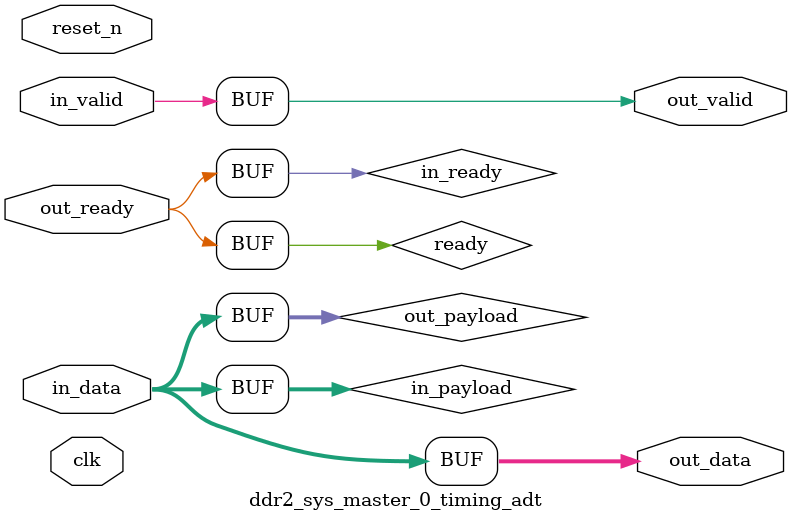
<source format=v>

`timescale 1ns / 100ps
module ddr2_sys_master_0_timing_adt (
    
      // Interface: clk
      input              clk,
      // Interface: reset
      input              reset_n,
      // Interface: in
      input              in_valid,
      input      [ 7: 0] in_data,
      // Interface: out
      output reg         out_valid,
      output reg [ 7: 0] out_data,
      input              out_ready
);




   // ---------------------------------------------------------------------
   //| Signal Declarations
   // ---------------------------------------------------------------------

   reg  [ 7: 0] in_payload;
   reg  [ 7: 0] out_payload;
   reg  [ 0: 0] ready;
   reg          in_ready;
   // synthesis translate_off
   always @(negedge in_ready) begin
      $display("%m: The downstream component is backpressuring by deasserting ready, but the upstream component can't be backpressured.");
   end
   // synthesis translate_on   


   // ---------------------------------------------------------------------
   //| Payload Mapping
   // ---------------------------------------------------------------------
   always @* begin
     in_payload = {in_data};
     {out_data} = out_payload;
   end

   // ---------------------------------------------------------------------
   //| Ready & valid signals.
   // ---------------------------------------------------------------------
   always @* begin
     ready[0] = out_ready;
     out_valid = in_valid;
     out_payload = in_payload;
     in_ready = ready[0];
   end




endmodule


</source>
